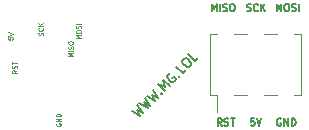
<source format=gbr>
G04 #@! TF.GenerationSoftware,KiCad,Pcbnew,(5.1.2-1)-1*
G04 #@! TF.CreationDate,2019-07-19T11:43:15-07:00*
G04 #@! TF.ProjectId,class v3 - programmer,636c6173-7320-4763-9320-2d2070726f67,rev?*
G04 #@! TF.SameCoordinates,Original*
G04 #@! TF.FileFunction,Legend,Top*
G04 #@! TF.FilePolarity,Positive*
%FSLAX46Y46*%
G04 Gerber Fmt 4.6, Leading zero omitted, Abs format (unit mm)*
G04 Created by KiCad (PCBNEW (5.1.2-1)-1) date 2019-07-19 11:43:15*
%MOMM*%
%LPD*%
G04 APERTURE LIST*
%ADD10C,0.150000*%
%ADD11C,0.120000*%
%ADD12C,0.100000*%
G04 APERTURE END LIST*
D10*
X119991572Y-94108866D02*
X120691945Y-94539865D01*
X120395633Y-94028054D01*
X120907444Y-94324366D01*
X120476446Y-93623993D01*
X120638070Y-93462369D02*
X121338442Y-93893367D01*
X121042131Y-93381557D01*
X121553942Y-93677868D01*
X121122943Y-92977496D01*
X121284568Y-92815871D02*
X121984940Y-93246870D01*
X121688629Y-92735059D01*
X122200439Y-93031370D01*
X121769441Y-92330998D01*
X122496751Y-92627309D02*
X122550625Y-92627309D01*
X122550625Y-92681184D01*
X122496751Y-92681184D01*
X122496751Y-92627309D01*
X122550625Y-92681184D01*
X122820000Y-92411810D02*
X122254314Y-91846125D01*
X122846937Y-92061624D01*
X122631438Y-91469001D01*
X123197123Y-92034687D01*
X123224061Y-90930253D02*
X123143248Y-90957190D01*
X123062436Y-91038003D01*
X123008561Y-91145752D01*
X123008561Y-91253502D01*
X123035499Y-91334314D01*
X123116311Y-91469001D01*
X123197123Y-91549813D01*
X123331810Y-91630625D01*
X123412622Y-91657563D01*
X123520372Y-91657563D01*
X123628122Y-91603688D01*
X123681996Y-91549813D01*
X123735871Y-91442064D01*
X123735871Y-91388189D01*
X123547309Y-91199627D01*
X123439560Y-91307377D01*
X123978308Y-91145752D02*
X124032183Y-91145752D01*
X124032183Y-91199627D01*
X123978308Y-91199627D01*
X123978308Y-91145752D01*
X124032183Y-91199627D01*
X124570931Y-90660879D02*
X124301557Y-90930253D01*
X123735871Y-90364568D01*
X124301557Y-89798882D02*
X124409306Y-89691133D01*
X124490118Y-89664195D01*
X124597868Y-89664195D01*
X124732555Y-89745007D01*
X124921117Y-89933569D01*
X125001929Y-90068256D01*
X125001929Y-90176006D01*
X124974992Y-90256818D01*
X124867242Y-90364568D01*
X124786430Y-90391505D01*
X124678680Y-90391505D01*
X124543993Y-90310693D01*
X124355431Y-90122131D01*
X124274619Y-89987444D01*
X124274619Y-89879694D01*
X124301557Y-89798882D01*
X125621489Y-89610320D02*
X125352115Y-89879694D01*
X124786430Y-89314009D01*
D11*
X131230000Y-87600000D02*
X132250000Y-87600000D01*
X131230000Y-92800000D02*
X132250000Y-92800000D01*
X128690000Y-87600000D02*
X129710000Y-87600000D01*
X128690000Y-92800000D02*
X129710000Y-92800000D01*
X133770000Y-87600000D02*
X134340000Y-87600000D01*
X133770000Y-92800000D02*
X134340000Y-92800000D01*
X126600000Y-87600000D02*
X127170000Y-87600000D01*
X126600000Y-92800000D02*
X127170000Y-92800000D01*
X127170000Y-94240000D02*
X127170000Y-92800000D01*
X134340000Y-92800000D02*
X134340000Y-87600000D01*
X126600000Y-92800000D02*
X126600000Y-87600000D01*
D10*
X127611428Y-95351428D02*
X127411428Y-95065714D01*
X127268571Y-95351428D02*
X127268571Y-94751428D01*
X127497142Y-94751428D01*
X127554285Y-94780000D01*
X127582857Y-94808571D01*
X127611428Y-94865714D01*
X127611428Y-94951428D01*
X127582857Y-95008571D01*
X127554285Y-95037142D01*
X127497142Y-95065714D01*
X127268571Y-95065714D01*
X127840000Y-95322857D02*
X127925714Y-95351428D01*
X128068571Y-95351428D01*
X128125714Y-95322857D01*
X128154285Y-95294285D01*
X128182857Y-95237142D01*
X128182857Y-95180000D01*
X128154285Y-95122857D01*
X128125714Y-95094285D01*
X128068571Y-95065714D01*
X127954285Y-95037142D01*
X127897142Y-95008571D01*
X127868571Y-94980000D01*
X127840000Y-94922857D01*
X127840000Y-94865714D01*
X127868571Y-94808571D01*
X127897142Y-94780000D01*
X127954285Y-94751428D01*
X128097142Y-94751428D01*
X128182857Y-94780000D01*
X128354285Y-94751428D02*
X128697142Y-94751428D01*
X128525714Y-95351428D02*
X128525714Y-94751428D01*
X132257142Y-85651428D02*
X132257142Y-85051428D01*
X132457142Y-85480000D01*
X132657142Y-85051428D01*
X132657142Y-85651428D01*
X133057142Y-85051428D02*
X133171428Y-85051428D01*
X133228571Y-85080000D01*
X133285714Y-85137142D01*
X133314285Y-85251428D01*
X133314285Y-85451428D01*
X133285714Y-85565714D01*
X133228571Y-85622857D01*
X133171428Y-85651428D01*
X133057142Y-85651428D01*
X133000000Y-85622857D01*
X132942857Y-85565714D01*
X132914285Y-85451428D01*
X132914285Y-85251428D01*
X132942857Y-85137142D01*
X133000000Y-85080000D01*
X133057142Y-85051428D01*
X133542857Y-85622857D02*
X133628571Y-85651428D01*
X133771428Y-85651428D01*
X133828571Y-85622857D01*
X133857142Y-85594285D01*
X133885714Y-85537142D01*
X133885714Y-85480000D01*
X133857142Y-85422857D01*
X133828571Y-85394285D01*
X133771428Y-85365714D01*
X133657142Y-85337142D01*
X133600000Y-85308571D01*
X133571428Y-85280000D01*
X133542857Y-85222857D01*
X133542857Y-85165714D01*
X133571428Y-85108571D01*
X133600000Y-85080000D01*
X133657142Y-85051428D01*
X133800000Y-85051428D01*
X133885714Y-85080000D01*
X134142857Y-85651428D02*
X134142857Y-85051428D01*
X130365714Y-94751428D02*
X130080000Y-94751428D01*
X130051428Y-95037142D01*
X130080000Y-95008571D01*
X130137142Y-94980000D01*
X130280000Y-94980000D01*
X130337142Y-95008571D01*
X130365714Y-95037142D01*
X130394285Y-95094285D01*
X130394285Y-95237142D01*
X130365714Y-95294285D01*
X130337142Y-95322857D01*
X130280000Y-95351428D01*
X130137142Y-95351428D01*
X130080000Y-95322857D01*
X130051428Y-95294285D01*
X130565714Y-94751428D02*
X130765714Y-95351428D01*
X130965714Y-94751428D01*
X129738571Y-85622857D02*
X129824285Y-85651428D01*
X129967142Y-85651428D01*
X130024285Y-85622857D01*
X130052857Y-85594285D01*
X130081428Y-85537142D01*
X130081428Y-85480000D01*
X130052857Y-85422857D01*
X130024285Y-85394285D01*
X129967142Y-85365714D01*
X129852857Y-85337142D01*
X129795714Y-85308571D01*
X129767142Y-85280000D01*
X129738571Y-85222857D01*
X129738571Y-85165714D01*
X129767142Y-85108571D01*
X129795714Y-85080000D01*
X129852857Y-85051428D01*
X129995714Y-85051428D01*
X130081428Y-85080000D01*
X130681428Y-85594285D02*
X130652857Y-85622857D01*
X130567142Y-85651428D01*
X130510000Y-85651428D01*
X130424285Y-85622857D01*
X130367142Y-85565714D01*
X130338571Y-85508571D01*
X130310000Y-85394285D01*
X130310000Y-85308571D01*
X130338571Y-85194285D01*
X130367142Y-85137142D01*
X130424285Y-85080000D01*
X130510000Y-85051428D01*
X130567142Y-85051428D01*
X130652857Y-85080000D01*
X130681428Y-85108571D01*
X130938571Y-85651428D02*
X130938571Y-85051428D01*
X131281428Y-85651428D02*
X131024285Y-85308571D01*
X131281428Y-85051428D02*
X130938571Y-85394285D01*
X132612857Y-94780000D02*
X132555714Y-94751428D01*
X132470000Y-94751428D01*
X132384285Y-94780000D01*
X132327142Y-94837142D01*
X132298571Y-94894285D01*
X132270000Y-95008571D01*
X132270000Y-95094285D01*
X132298571Y-95208571D01*
X132327142Y-95265714D01*
X132384285Y-95322857D01*
X132470000Y-95351428D01*
X132527142Y-95351428D01*
X132612857Y-95322857D01*
X132641428Y-95294285D01*
X132641428Y-95094285D01*
X132527142Y-95094285D01*
X132898571Y-95351428D02*
X132898571Y-94751428D01*
X133241428Y-95351428D01*
X133241428Y-94751428D01*
X133527142Y-95351428D02*
X133527142Y-94751428D01*
X133670000Y-94751428D01*
X133755714Y-94780000D01*
X133812857Y-94837142D01*
X133841428Y-94894285D01*
X133870000Y-95008571D01*
X133870000Y-95094285D01*
X133841428Y-95208571D01*
X133812857Y-95265714D01*
X133755714Y-95322857D01*
X133670000Y-95351428D01*
X133527142Y-95351428D01*
X126787142Y-85651428D02*
X126787142Y-85051428D01*
X126987142Y-85480000D01*
X127187142Y-85051428D01*
X127187142Y-85651428D01*
X127472857Y-85651428D02*
X127472857Y-85051428D01*
X127730000Y-85622857D02*
X127815714Y-85651428D01*
X127958571Y-85651428D01*
X128015714Y-85622857D01*
X128044285Y-85594285D01*
X128072857Y-85537142D01*
X128072857Y-85480000D01*
X128044285Y-85422857D01*
X128015714Y-85394285D01*
X127958571Y-85365714D01*
X127844285Y-85337142D01*
X127787142Y-85308571D01*
X127758571Y-85280000D01*
X127730000Y-85222857D01*
X127730000Y-85165714D01*
X127758571Y-85108571D01*
X127787142Y-85080000D01*
X127844285Y-85051428D01*
X127987142Y-85051428D01*
X128072857Y-85080000D01*
X128444285Y-85051428D02*
X128558571Y-85051428D01*
X128615714Y-85080000D01*
X128672857Y-85137142D01*
X128701428Y-85251428D01*
X128701428Y-85451428D01*
X128672857Y-85565714D01*
X128615714Y-85622857D01*
X128558571Y-85651428D01*
X128444285Y-85651428D01*
X128387142Y-85622857D01*
X128330000Y-85565714D01*
X128301428Y-85451428D01*
X128301428Y-85251428D01*
X128330000Y-85137142D01*
X128387142Y-85080000D01*
X128444285Y-85051428D01*
D12*
X115680952Y-87968571D02*
X115280952Y-87968571D01*
X115566666Y-87835238D01*
X115280952Y-87701904D01*
X115680952Y-87701904D01*
X115280952Y-87435238D02*
X115280952Y-87359047D01*
X115300000Y-87320952D01*
X115338095Y-87282857D01*
X115414285Y-87263809D01*
X115547619Y-87263809D01*
X115623809Y-87282857D01*
X115661904Y-87320952D01*
X115680952Y-87359047D01*
X115680952Y-87435238D01*
X115661904Y-87473333D01*
X115623809Y-87511428D01*
X115547619Y-87530476D01*
X115414285Y-87530476D01*
X115338095Y-87511428D01*
X115300000Y-87473333D01*
X115280952Y-87435238D01*
X115661904Y-87111428D02*
X115680952Y-87054285D01*
X115680952Y-86959047D01*
X115661904Y-86920952D01*
X115642857Y-86901904D01*
X115604761Y-86882857D01*
X115566666Y-86882857D01*
X115528571Y-86901904D01*
X115509523Y-86920952D01*
X115490476Y-86959047D01*
X115471428Y-87035238D01*
X115452380Y-87073333D01*
X115433333Y-87092380D01*
X115395238Y-87111428D01*
X115357142Y-87111428D01*
X115319047Y-87092380D01*
X115300000Y-87073333D01*
X115280952Y-87035238D01*
X115280952Y-86940000D01*
X115300000Y-86882857D01*
X115680952Y-86711428D02*
X115280952Y-86711428D01*
X115020952Y-89498571D02*
X114620952Y-89498571D01*
X114906666Y-89365238D01*
X114620952Y-89231904D01*
X115020952Y-89231904D01*
X115020952Y-89041428D02*
X114620952Y-89041428D01*
X115001904Y-88870000D02*
X115020952Y-88812857D01*
X115020952Y-88717619D01*
X115001904Y-88679523D01*
X114982857Y-88660476D01*
X114944761Y-88641428D01*
X114906666Y-88641428D01*
X114868571Y-88660476D01*
X114849523Y-88679523D01*
X114830476Y-88717619D01*
X114811428Y-88793809D01*
X114792380Y-88831904D01*
X114773333Y-88850952D01*
X114735238Y-88870000D01*
X114697142Y-88870000D01*
X114659047Y-88850952D01*
X114640000Y-88831904D01*
X114620952Y-88793809D01*
X114620952Y-88698571D01*
X114640000Y-88641428D01*
X114620952Y-88393809D02*
X114620952Y-88317619D01*
X114640000Y-88279523D01*
X114678095Y-88241428D01*
X114754285Y-88222380D01*
X114887619Y-88222380D01*
X114963809Y-88241428D01*
X115001904Y-88279523D01*
X115020952Y-88317619D01*
X115020952Y-88393809D01*
X115001904Y-88431904D01*
X114963809Y-88470000D01*
X114887619Y-88489047D01*
X114754285Y-88489047D01*
X114678095Y-88470000D01*
X114640000Y-88431904D01*
X114620952Y-88393809D01*
X110270952Y-90659047D02*
X110080476Y-90792380D01*
X110270952Y-90887619D02*
X109870952Y-90887619D01*
X109870952Y-90735238D01*
X109890000Y-90697142D01*
X109909047Y-90678095D01*
X109947142Y-90659047D01*
X110004285Y-90659047D01*
X110042380Y-90678095D01*
X110061428Y-90697142D01*
X110080476Y-90735238D01*
X110080476Y-90887619D01*
X110251904Y-90506666D02*
X110270952Y-90449523D01*
X110270952Y-90354285D01*
X110251904Y-90316190D01*
X110232857Y-90297142D01*
X110194761Y-90278095D01*
X110156666Y-90278095D01*
X110118571Y-90297142D01*
X110099523Y-90316190D01*
X110080476Y-90354285D01*
X110061428Y-90430476D01*
X110042380Y-90468571D01*
X110023333Y-90487619D01*
X109985238Y-90506666D01*
X109947142Y-90506666D01*
X109909047Y-90487619D01*
X109890000Y-90468571D01*
X109870952Y-90430476D01*
X109870952Y-90335238D01*
X109890000Y-90278095D01*
X109870952Y-90163809D02*
X109870952Y-89935238D01*
X110270952Y-90049523D02*
X109870952Y-90049523D01*
X113590000Y-95184761D02*
X113570952Y-95222857D01*
X113570952Y-95280000D01*
X113590000Y-95337142D01*
X113628095Y-95375238D01*
X113666190Y-95394285D01*
X113742380Y-95413333D01*
X113799523Y-95413333D01*
X113875714Y-95394285D01*
X113913809Y-95375238D01*
X113951904Y-95337142D01*
X113970952Y-95280000D01*
X113970952Y-95241904D01*
X113951904Y-95184761D01*
X113932857Y-95165714D01*
X113799523Y-95165714D01*
X113799523Y-95241904D01*
X113970952Y-94994285D02*
X113570952Y-94994285D01*
X113970952Y-94765714D01*
X113570952Y-94765714D01*
X113970952Y-94575238D02*
X113570952Y-94575238D01*
X113570952Y-94480000D01*
X113590000Y-94422857D01*
X113628095Y-94384761D01*
X113666190Y-94365714D01*
X113742380Y-94346666D01*
X113799523Y-94346666D01*
X113875714Y-94365714D01*
X113913809Y-94384761D01*
X113951904Y-94422857D01*
X113970952Y-94480000D01*
X113970952Y-94575238D01*
X112461904Y-87704285D02*
X112480952Y-87647142D01*
X112480952Y-87551904D01*
X112461904Y-87513809D01*
X112442857Y-87494761D01*
X112404761Y-87475714D01*
X112366666Y-87475714D01*
X112328571Y-87494761D01*
X112309523Y-87513809D01*
X112290476Y-87551904D01*
X112271428Y-87628095D01*
X112252380Y-87666190D01*
X112233333Y-87685238D01*
X112195238Y-87704285D01*
X112157142Y-87704285D01*
X112119047Y-87685238D01*
X112100000Y-87666190D01*
X112080952Y-87628095D01*
X112080952Y-87532857D01*
X112100000Y-87475714D01*
X112442857Y-87075714D02*
X112461904Y-87094761D01*
X112480952Y-87151904D01*
X112480952Y-87190000D01*
X112461904Y-87247142D01*
X112423809Y-87285238D01*
X112385714Y-87304285D01*
X112309523Y-87323333D01*
X112252380Y-87323333D01*
X112176190Y-87304285D01*
X112138095Y-87285238D01*
X112100000Y-87247142D01*
X112080952Y-87190000D01*
X112080952Y-87151904D01*
X112100000Y-87094761D01*
X112119047Y-87075714D01*
X112480952Y-86904285D02*
X112080952Y-86904285D01*
X112480952Y-86675714D02*
X112252380Y-86847142D01*
X112080952Y-86675714D02*
X112309523Y-86904285D01*
X109510952Y-87866190D02*
X109510952Y-88056666D01*
X109701428Y-88075714D01*
X109682380Y-88056666D01*
X109663333Y-88018571D01*
X109663333Y-87923333D01*
X109682380Y-87885238D01*
X109701428Y-87866190D01*
X109739523Y-87847142D01*
X109834761Y-87847142D01*
X109872857Y-87866190D01*
X109891904Y-87885238D01*
X109910952Y-87923333D01*
X109910952Y-88018571D01*
X109891904Y-88056666D01*
X109872857Y-88075714D01*
X109510952Y-87732857D02*
X109910952Y-87599523D01*
X109510952Y-87466190D01*
M02*

</source>
